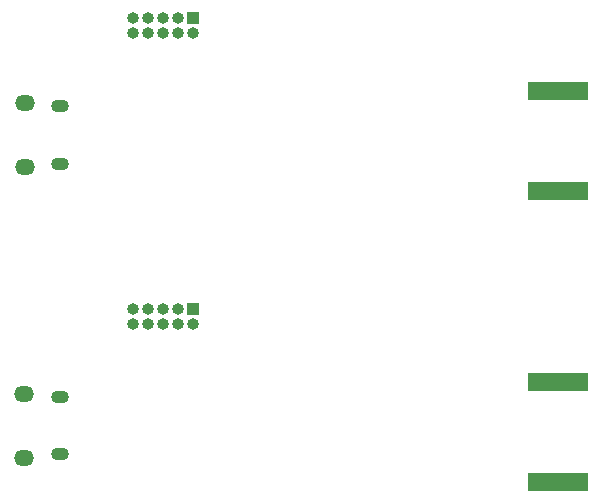
<source format=gbr>
%TF.GenerationSoftware,KiCad,Pcbnew,7.0.2*%
%TF.CreationDate,2023-04-27T09:09:24+02:00*%
%TF.ProjectId,STM32_RF,53544d33-325f-4524-962e-6b696361645f,rev?*%
%TF.SameCoordinates,Original*%
%TF.FileFunction,Soldermask,Bot*%
%TF.FilePolarity,Negative*%
%FSLAX46Y46*%
G04 Gerber Fmt 4.6, Leading zero omitted, Abs format (unit mm)*
G04 Created by KiCad (PCBNEW 7.0.2) date 2023-04-27 09:09:24*
%MOMM*%
%LPD*%
G01*
G04 APERTURE LIST*
%ADD10R,1.000000X1.000000*%
%ADD11O,1.000000X1.000000*%
%ADD12O,1.700000X1.350000*%
%ADD13O,1.500000X1.100000*%
%ADD14R,5.080000X1.500000*%
G04 APERTURE END LIST*
D10*
%TO.C,J1*%
X92521251Y-58028014D03*
D11*
X92521251Y-59298014D03*
X91251251Y-58028014D03*
X91251251Y-59298014D03*
X89981251Y-58028014D03*
X89981251Y-59298014D03*
X88711251Y-58028014D03*
X88711251Y-59298014D03*
X87441251Y-58028014D03*
X87441251Y-59298014D03*
%TD*%
D12*
%TO.C,J3*%
X78262051Y-65224814D03*
D13*
X81262051Y-65534814D03*
X81262051Y-70374814D03*
D12*
X78262051Y-70684814D03*
%TD*%
D14*
%TO.C,J2*%
X123432892Y-64224403D03*
X123432892Y-72724403D03*
%TD*%
D12*
%TO.C,J3*%
X78247600Y-89848400D03*
D13*
X81247600Y-90158400D03*
X81247600Y-94998400D03*
D12*
X78247600Y-95308400D03*
%TD*%
D11*
%TO.C,J1*%
X87426800Y-83921600D03*
X87426800Y-82651600D03*
X88696800Y-83921600D03*
X88696800Y-82651600D03*
X89966800Y-83921600D03*
X89966800Y-82651600D03*
X91236800Y-83921600D03*
X91236800Y-82651600D03*
X92506800Y-83921600D03*
D10*
X92506800Y-82651600D03*
%TD*%
D14*
%TO.C,J2*%
X123418441Y-88847989D03*
X123418441Y-97347989D03*
%TD*%
M02*

</source>
